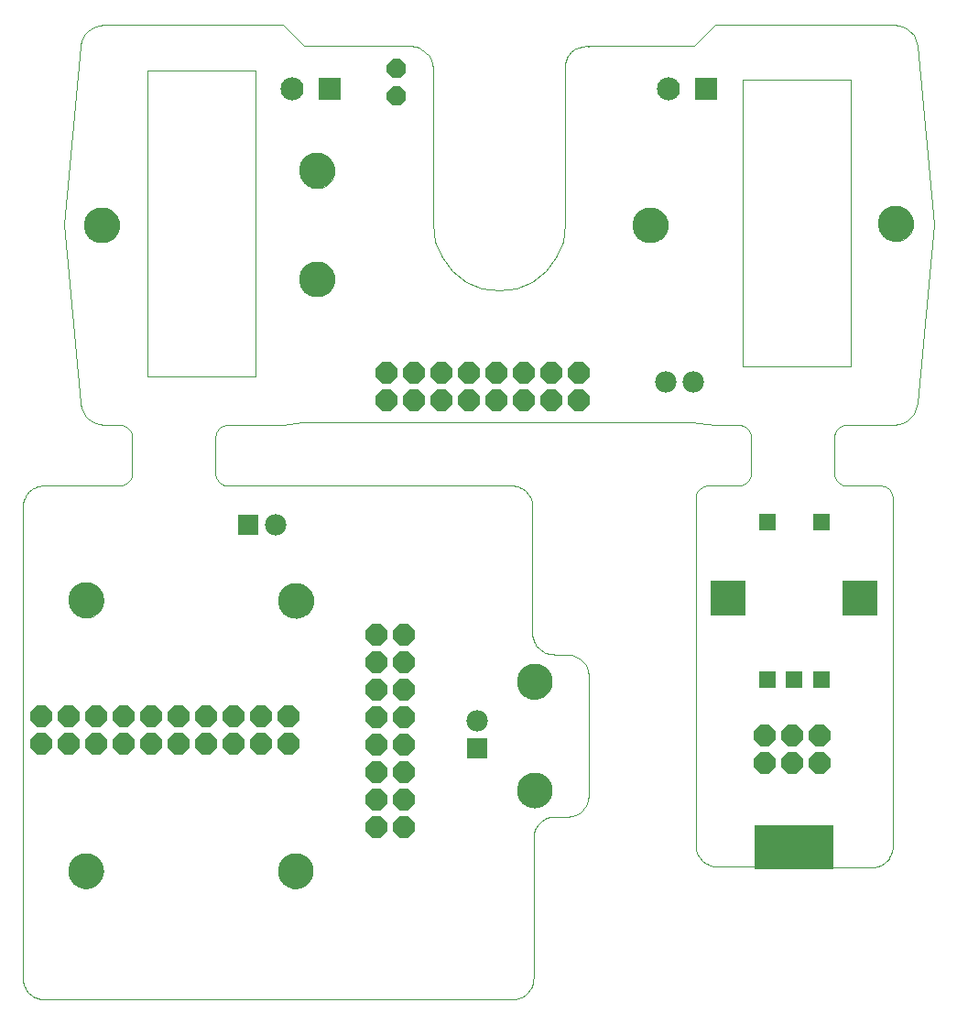
<source format=gbs>
G75*
G70*
%OFA0B0*%
%FSLAX24Y24*%
%IPPOS*%
%LPD*%
%AMOC8*
5,1,8,0,0,1.08239X$1,22.5*
%
%ADD10C,0.0010*%
%ADD11C,0.0000*%
%ADD12C,0.1300*%
%ADD13R,0.0840X0.0840*%
%ADD14C,0.0840*%
%ADD15OC8,0.0780*%
%ADD16C,0.0780*%
%ADD17R,0.0780X0.0780*%
%ADD18OC8,0.0700*%
%ADD19R,0.0634X0.0634*%
%ADD20R,0.1306X0.1306*%
%ADD21R,0.0640X0.1340*%
%ADD22R,0.2900X0.1600*%
D10*
X001892Y001853D02*
X001892Y018979D01*
X001893Y019033D01*
X001897Y019087D01*
X001905Y019141D01*
X001917Y019194D01*
X001933Y019246D01*
X001952Y019296D01*
X001975Y019345D01*
X002001Y019393D01*
X002030Y019438D01*
X002063Y019482D01*
X002098Y019523D01*
X002136Y019561D01*
X002177Y019596D01*
X002221Y019629D01*
X002266Y019658D01*
X002314Y019684D01*
X002363Y019707D01*
X002413Y019726D01*
X002465Y019742D01*
X002518Y019754D01*
X002572Y019762D01*
X002626Y019766D01*
X002680Y019767D01*
X002680Y019766D02*
X005396Y019766D01*
X005438Y019767D01*
X005480Y019771D01*
X005521Y019778D01*
X005561Y019790D01*
X005600Y019805D01*
X005638Y019824D01*
X005673Y019846D01*
X005706Y019871D01*
X005737Y019900D01*
X005765Y019931D01*
X005790Y019964D01*
X005812Y020000D01*
X005831Y020037D01*
X005846Y020076D01*
X005857Y020116D01*
X005865Y020158D01*
X005869Y020199D01*
X005869Y021499D01*
X005869Y021498D02*
X005868Y021540D01*
X005864Y021582D01*
X005857Y021623D01*
X005845Y021663D01*
X005830Y021702D01*
X005811Y021740D01*
X005789Y021775D01*
X005764Y021808D01*
X005735Y021839D01*
X005704Y021867D01*
X005671Y021892D01*
X005635Y021914D01*
X005598Y021933D01*
X005559Y021948D01*
X005519Y021959D01*
X005477Y021967D01*
X005436Y021971D01*
X004845Y021971D01*
X004852Y021978D02*
X004642Y022008D01*
X004542Y022038D01*
X004442Y022088D01*
X004352Y022138D01*
X004272Y022208D01*
X004192Y022288D01*
X004132Y022368D01*
X004082Y022458D01*
X004032Y022558D01*
X003992Y022768D01*
X003392Y029268D01*
X003992Y035758D01*
X004032Y035968D01*
X004082Y036068D01*
X004132Y036158D01*
X004192Y036238D01*
X004272Y036318D01*
X004352Y036388D01*
X004442Y036438D01*
X004542Y036488D01*
X004642Y036518D01*
X004852Y036548D01*
X011342Y036548D01*
X012132Y035758D01*
X015992Y035758D01*
X016202Y035728D01*
X016312Y035698D01*
X016402Y035648D01*
X016492Y035588D01*
X016572Y035518D01*
X016652Y035438D01*
X016712Y035348D01*
X016792Y035148D01*
X016822Y034928D01*
X016822Y029268D01*
X016902Y028638D01*
X017142Y028058D01*
X017522Y027568D01*
X018022Y027188D01*
X018602Y026948D01*
X019222Y026858D01*
X019842Y026948D01*
X020422Y027188D01*
X020922Y027568D01*
X021302Y028058D01*
X021542Y028638D01*
X021622Y029268D01*
X021622Y034928D01*
X021616Y034924D02*
X021614Y034979D01*
X021616Y035034D01*
X021621Y035088D01*
X021630Y035142D01*
X021643Y035195D01*
X021660Y035248D01*
X021681Y035298D01*
X021705Y035348D01*
X021732Y035395D01*
X021763Y035441D01*
X021797Y035484D01*
X021833Y035524D01*
X021873Y035562D01*
X021915Y035597D01*
X021960Y035629D01*
X022007Y035657D01*
X022055Y035683D01*
X022106Y035704D01*
X022157Y035722D01*
X022210Y035737D01*
X022264Y035747D01*
X022318Y035754D01*
X022373Y035757D01*
X022428Y035756D01*
X022483Y035751D01*
X022452Y035758D02*
X026312Y035758D01*
X027092Y036548D01*
X033592Y036548D01*
X033802Y036518D01*
X033902Y036488D01*
X034002Y036438D01*
X034092Y036388D01*
X034172Y036318D01*
X034312Y036158D01*
X034362Y036068D01*
X034402Y035968D01*
X034452Y035758D01*
X035052Y029268D01*
X034452Y022768D01*
X034402Y022558D01*
X034362Y022458D01*
X034312Y022368D01*
X034172Y022208D01*
X034092Y022138D01*
X034002Y022088D01*
X033902Y022038D01*
X033802Y022008D01*
X033592Y021978D01*
X033585Y021971D02*
X031892Y021971D01*
X031893Y021971D02*
X031851Y021970D01*
X031809Y021966D01*
X031768Y021959D01*
X031728Y021947D01*
X031689Y021932D01*
X031651Y021913D01*
X031616Y021891D01*
X031583Y021866D01*
X031552Y021837D01*
X031524Y021806D01*
X031499Y021773D01*
X031477Y021737D01*
X031458Y021700D01*
X031443Y021661D01*
X031432Y021621D01*
X031424Y021579D01*
X031420Y021538D01*
X031420Y020239D01*
X031421Y020197D01*
X031425Y020155D01*
X031432Y020114D01*
X031444Y020074D01*
X031459Y020035D01*
X031478Y019997D01*
X031500Y019962D01*
X031525Y019929D01*
X031554Y019898D01*
X031585Y019870D01*
X031618Y019845D01*
X031654Y019823D01*
X031691Y019804D01*
X031730Y019789D01*
X031770Y019778D01*
X031812Y019770D01*
X031853Y019766D01*
X033113Y019766D01*
X033113Y019767D02*
X033154Y019763D01*
X033196Y019755D01*
X033236Y019744D01*
X033275Y019729D01*
X033312Y019710D01*
X033348Y019688D01*
X033381Y019663D01*
X033412Y019635D01*
X033441Y019604D01*
X033466Y019571D01*
X033488Y019536D01*
X033507Y019498D01*
X033522Y019459D01*
X033534Y019419D01*
X033541Y019378D01*
X033545Y019336D01*
X033546Y019294D01*
X033546Y006656D01*
X033545Y006602D01*
X033541Y006548D01*
X033533Y006494D01*
X033521Y006441D01*
X033505Y006389D01*
X033486Y006339D01*
X033463Y006290D01*
X033437Y006242D01*
X033408Y006197D01*
X033375Y006153D01*
X033340Y006112D01*
X033302Y006074D01*
X033261Y006039D01*
X033217Y006006D01*
X033172Y005977D01*
X033124Y005951D01*
X033075Y005928D01*
X033025Y005909D01*
X032973Y005893D01*
X032920Y005881D01*
X032866Y005873D01*
X032812Y005869D01*
X032758Y005868D01*
X032758Y005869D02*
X027168Y005908D01*
X027114Y005909D01*
X027060Y005913D01*
X027006Y005921D01*
X026953Y005933D01*
X026901Y005949D01*
X026851Y005968D01*
X026802Y005991D01*
X026754Y006017D01*
X026709Y006046D01*
X026665Y006079D01*
X026624Y006114D01*
X026586Y006152D01*
X026551Y006193D01*
X026518Y006237D01*
X026489Y006282D01*
X026463Y006330D01*
X026440Y006379D01*
X026421Y006429D01*
X026405Y006481D01*
X026393Y006534D01*
X026385Y006588D01*
X026381Y006642D01*
X026380Y006696D01*
X026380Y006695D02*
X026380Y019333D01*
X026380Y019334D02*
X026384Y019375D01*
X026392Y019417D01*
X026403Y019457D01*
X026418Y019496D01*
X026437Y019533D01*
X026459Y019569D01*
X026484Y019602D01*
X026512Y019633D01*
X026543Y019662D01*
X026576Y019687D01*
X026611Y019709D01*
X026649Y019728D01*
X026688Y019743D01*
X026728Y019755D01*
X026769Y019762D01*
X026811Y019766D01*
X026853Y019767D01*
X026853Y019766D02*
X027916Y019766D01*
X027958Y019767D01*
X028000Y019771D01*
X028041Y019778D01*
X028081Y019790D01*
X028120Y019805D01*
X028158Y019824D01*
X028193Y019846D01*
X028226Y019871D01*
X028257Y019900D01*
X028285Y019931D01*
X028310Y019964D01*
X028332Y020000D01*
X028351Y020037D01*
X028366Y020076D01*
X028377Y020116D01*
X028385Y020158D01*
X028389Y020199D01*
X028388Y020199D02*
X028388Y021499D01*
X028389Y021498D02*
X028388Y021540D01*
X028384Y021582D01*
X028377Y021623D01*
X028365Y021663D01*
X028350Y021702D01*
X028331Y021740D01*
X028309Y021775D01*
X028284Y021808D01*
X028255Y021839D01*
X028224Y021867D01*
X028191Y021892D01*
X028155Y021914D01*
X028118Y021933D01*
X028079Y021948D01*
X028039Y021959D01*
X027997Y021967D01*
X027956Y021971D01*
X027955Y021971D02*
X027089Y021971D01*
X027092Y021978D02*
X026233Y022060D01*
X012053Y022060D01*
X011342Y021978D01*
X011341Y021971D02*
X009373Y021971D01*
X009331Y021970D01*
X009289Y021966D01*
X009248Y021959D01*
X009208Y021947D01*
X009169Y021932D01*
X009131Y021913D01*
X009096Y021891D01*
X009063Y021866D01*
X009032Y021837D01*
X009004Y021806D01*
X008979Y021773D01*
X008957Y021737D01*
X008938Y021700D01*
X008923Y021661D01*
X008912Y021621D01*
X008904Y021579D01*
X008900Y021538D01*
X008900Y020239D01*
X008901Y020197D01*
X008905Y020155D01*
X008912Y020114D01*
X008924Y020074D01*
X008939Y020035D01*
X008958Y019997D01*
X008980Y019962D01*
X009005Y019929D01*
X009034Y019898D01*
X009065Y019870D01*
X009098Y019845D01*
X009134Y019823D01*
X009171Y019804D01*
X009210Y019789D01*
X009250Y019778D01*
X009292Y019770D01*
X009333Y019766D01*
X019648Y019766D01*
X019648Y019767D02*
X019702Y019766D01*
X019756Y019762D01*
X019810Y019754D01*
X019863Y019742D01*
X019915Y019726D01*
X019965Y019707D01*
X020014Y019684D01*
X020062Y019658D01*
X020107Y019629D01*
X020151Y019596D01*
X020192Y019561D01*
X020230Y019523D01*
X020265Y019482D01*
X020298Y019438D01*
X020327Y019393D01*
X020353Y019345D01*
X020376Y019296D01*
X020395Y019246D01*
X020411Y019194D01*
X020423Y019141D01*
X020431Y019087D01*
X020435Y019033D01*
X020436Y018979D01*
X020436Y014412D01*
X020435Y014412D02*
X020436Y014358D01*
X020440Y014304D01*
X020448Y014250D01*
X020460Y014197D01*
X020476Y014145D01*
X020495Y014095D01*
X020518Y014046D01*
X020544Y013998D01*
X020573Y013953D01*
X020606Y013909D01*
X020641Y013868D01*
X020679Y013830D01*
X020720Y013795D01*
X020764Y013762D01*
X020809Y013733D01*
X020857Y013707D01*
X020906Y013684D01*
X020956Y013665D01*
X021008Y013649D01*
X021061Y013637D01*
X021115Y013629D01*
X021169Y013625D01*
X021223Y013624D01*
X021219Y013615D02*
X021698Y013615D01*
X021898Y013595D01*
X021998Y013555D01*
X022088Y013515D01*
X022178Y013455D01*
X022318Y013315D01*
X022378Y013225D01*
X022428Y013135D01*
X022458Y013035D01*
X022488Y012835D01*
X022488Y008505D01*
X022458Y008295D01*
X022428Y008195D01*
X022378Y008105D01*
X022318Y008025D01*
X022248Y007945D01*
X022178Y007875D01*
X022088Y007815D01*
X021998Y007775D01*
X021898Y007745D01*
X021698Y007715D01*
X021298Y007715D01*
X021263Y007719D02*
X021209Y007718D01*
X021155Y007714D01*
X021101Y007706D01*
X021048Y007694D01*
X020996Y007678D01*
X020946Y007659D01*
X020897Y007636D01*
X020849Y007610D01*
X020804Y007581D01*
X020760Y007548D01*
X020719Y007513D01*
X020681Y007475D01*
X020646Y007434D01*
X020613Y007390D01*
X020584Y007345D01*
X020558Y007297D01*
X020535Y007248D01*
X020516Y007198D01*
X020500Y007146D01*
X020488Y007093D01*
X020480Y007039D01*
X020476Y006985D01*
X020475Y006931D01*
X020475Y006932D02*
X020475Y001853D01*
X020474Y001799D01*
X020470Y001745D01*
X020462Y001691D01*
X020450Y001638D01*
X020434Y001586D01*
X020415Y001536D01*
X020392Y001487D01*
X020366Y001439D01*
X020337Y001394D01*
X020304Y001350D01*
X020269Y001309D01*
X020231Y001271D01*
X020190Y001236D01*
X020146Y001203D01*
X020101Y001174D01*
X020053Y001148D01*
X020004Y001125D01*
X019954Y001106D01*
X019902Y001090D01*
X019849Y001078D01*
X019795Y001070D01*
X019741Y001066D01*
X019687Y001065D01*
X019688Y001066D02*
X002680Y001066D01*
X002680Y001065D02*
X002626Y001066D01*
X002572Y001070D01*
X002518Y001078D01*
X002465Y001090D01*
X002413Y001106D01*
X002363Y001125D01*
X002314Y001148D01*
X002266Y001174D01*
X002221Y001203D01*
X002177Y001236D01*
X002136Y001271D01*
X002098Y001309D01*
X002063Y001350D01*
X002030Y001394D01*
X002001Y001439D01*
X001975Y001487D01*
X001952Y001536D01*
X001933Y001586D01*
X001917Y001638D01*
X001905Y001691D01*
X001897Y001745D01*
X001893Y001799D01*
X001892Y001853D01*
X006422Y023748D02*
X006422Y034857D01*
X010362Y034857D01*
X010362Y023748D01*
X006422Y023748D01*
X028082Y024102D02*
X032012Y024102D01*
X032012Y034543D01*
X028082Y034543D01*
X028082Y024102D01*
D11*
X024097Y029254D02*
X024099Y029304D01*
X024105Y029354D01*
X024115Y029403D01*
X024129Y029451D01*
X024146Y029498D01*
X024167Y029543D01*
X024192Y029587D01*
X024220Y029628D01*
X024252Y029667D01*
X024286Y029704D01*
X024323Y029738D01*
X024363Y029768D01*
X024405Y029795D01*
X024449Y029819D01*
X024495Y029840D01*
X024542Y029856D01*
X024590Y029869D01*
X024640Y029878D01*
X024689Y029883D01*
X024740Y029884D01*
X024790Y029881D01*
X024839Y029874D01*
X024888Y029863D01*
X024936Y029848D01*
X024982Y029830D01*
X025027Y029808D01*
X025070Y029782D01*
X025111Y029753D01*
X025150Y029721D01*
X025186Y029686D01*
X025218Y029648D01*
X025248Y029608D01*
X025275Y029565D01*
X025298Y029521D01*
X025317Y029475D01*
X025333Y029427D01*
X025345Y029378D01*
X025353Y029329D01*
X025357Y029279D01*
X025357Y029229D01*
X025353Y029179D01*
X025345Y029130D01*
X025333Y029081D01*
X025317Y029033D01*
X025298Y028987D01*
X025275Y028943D01*
X025248Y028900D01*
X025218Y028860D01*
X025186Y028822D01*
X025150Y028787D01*
X025111Y028755D01*
X025070Y028726D01*
X025027Y028700D01*
X024982Y028678D01*
X024936Y028660D01*
X024888Y028645D01*
X024839Y028634D01*
X024790Y028627D01*
X024740Y028624D01*
X024689Y028625D01*
X024640Y028630D01*
X024590Y028639D01*
X024542Y028652D01*
X024495Y028668D01*
X024449Y028689D01*
X024405Y028713D01*
X024363Y028740D01*
X024323Y028770D01*
X024286Y028804D01*
X024252Y028841D01*
X024220Y028880D01*
X024192Y028921D01*
X024167Y028965D01*
X024146Y029010D01*
X024129Y029057D01*
X024115Y029105D01*
X024105Y029154D01*
X024099Y029204D01*
X024097Y029254D01*
X033034Y029294D02*
X033036Y029344D01*
X033042Y029394D01*
X033052Y029443D01*
X033066Y029491D01*
X033083Y029538D01*
X033104Y029583D01*
X033129Y029627D01*
X033157Y029668D01*
X033189Y029707D01*
X033223Y029744D01*
X033260Y029778D01*
X033300Y029808D01*
X033342Y029835D01*
X033386Y029859D01*
X033432Y029880D01*
X033479Y029896D01*
X033527Y029909D01*
X033577Y029918D01*
X033626Y029923D01*
X033677Y029924D01*
X033727Y029921D01*
X033776Y029914D01*
X033825Y029903D01*
X033873Y029888D01*
X033919Y029870D01*
X033964Y029848D01*
X034007Y029822D01*
X034048Y029793D01*
X034087Y029761D01*
X034123Y029726D01*
X034155Y029688D01*
X034185Y029648D01*
X034212Y029605D01*
X034235Y029561D01*
X034254Y029515D01*
X034270Y029467D01*
X034282Y029418D01*
X034290Y029369D01*
X034294Y029319D01*
X034294Y029269D01*
X034290Y029219D01*
X034282Y029170D01*
X034270Y029121D01*
X034254Y029073D01*
X034235Y029027D01*
X034212Y028983D01*
X034185Y028940D01*
X034155Y028900D01*
X034123Y028862D01*
X034087Y028827D01*
X034048Y028795D01*
X034007Y028766D01*
X033964Y028740D01*
X033919Y028718D01*
X033873Y028700D01*
X033825Y028685D01*
X033776Y028674D01*
X033727Y028667D01*
X033677Y028664D01*
X033626Y028665D01*
X033577Y028670D01*
X033527Y028679D01*
X033479Y028692D01*
X033432Y028708D01*
X033386Y028729D01*
X033342Y028753D01*
X033300Y028780D01*
X033260Y028810D01*
X033223Y028844D01*
X033189Y028881D01*
X033157Y028920D01*
X033129Y028961D01*
X033104Y029005D01*
X033083Y029050D01*
X033066Y029097D01*
X033052Y029145D01*
X033042Y029194D01*
X033036Y029244D01*
X033034Y029294D01*
X019878Y012635D02*
X019880Y012685D01*
X019886Y012735D01*
X019896Y012784D01*
X019910Y012832D01*
X019927Y012879D01*
X019948Y012924D01*
X019973Y012968D01*
X020001Y013009D01*
X020033Y013048D01*
X020067Y013085D01*
X020104Y013119D01*
X020144Y013149D01*
X020186Y013176D01*
X020230Y013200D01*
X020276Y013221D01*
X020323Y013237D01*
X020371Y013250D01*
X020421Y013259D01*
X020470Y013264D01*
X020521Y013265D01*
X020571Y013262D01*
X020620Y013255D01*
X020669Y013244D01*
X020717Y013229D01*
X020763Y013211D01*
X020808Y013189D01*
X020851Y013163D01*
X020892Y013134D01*
X020931Y013102D01*
X020967Y013067D01*
X020999Y013029D01*
X021029Y012989D01*
X021056Y012946D01*
X021079Y012902D01*
X021098Y012856D01*
X021114Y012808D01*
X021126Y012759D01*
X021134Y012710D01*
X021138Y012660D01*
X021138Y012610D01*
X021134Y012560D01*
X021126Y012511D01*
X021114Y012462D01*
X021098Y012414D01*
X021079Y012368D01*
X021056Y012324D01*
X021029Y012281D01*
X020999Y012241D01*
X020967Y012203D01*
X020931Y012168D01*
X020892Y012136D01*
X020851Y012107D01*
X020808Y012081D01*
X020763Y012059D01*
X020717Y012041D01*
X020669Y012026D01*
X020620Y012015D01*
X020571Y012008D01*
X020521Y012005D01*
X020470Y012006D01*
X020421Y012011D01*
X020371Y012020D01*
X020323Y012033D01*
X020276Y012049D01*
X020230Y012070D01*
X020186Y012094D01*
X020144Y012121D01*
X020104Y012151D01*
X020067Y012185D01*
X020033Y012222D01*
X020001Y012261D01*
X019973Y012302D01*
X019948Y012346D01*
X019927Y012391D01*
X019910Y012438D01*
X019896Y012486D01*
X019886Y012535D01*
X019880Y012585D01*
X019878Y012635D01*
X019878Y008685D02*
X019880Y008735D01*
X019886Y008785D01*
X019896Y008834D01*
X019910Y008882D01*
X019927Y008929D01*
X019948Y008974D01*
X019973Y009018D01*
X020001Y009059D01*
X020033Y009098D01*
X020067Y009135D01*
X020104Y009169D01*
X020144Y009199D01*
X020186Y009226D01*
X020230Y009250D01*
X020276Y009271D01*
X020323Y009287D01*
X020371Y009300D01*
X020421Y009309D01*
X020470Y009314D01*
X020521Y009315D01*
X020571Y009312D01*
X020620Y009305D01*
X020669Y009294D01*
X020717Y009279D01*
X020763Y009261D01*
X020808Y009239D01*
X020851Y009213D01*
X020892Y009184D01*
X020931Y009152D01*
X020967Y009117D01*
X020999Y009079D01*
X021029Y009039D01*
X021056Y008996D01*
X021079Y008952D01*
X021098Y008906D01*
X021114Y008858D01*
X021126Y008809D01*
X021134Y008760D01*
X021138Y008710D01*
X021138Y008660D01*
X021134Y008610D01*
X021126Y008561D01*
X021114Y008512D01*
X021098Y008464D01*
X021079Y008418D01*
X021056Y008374D01*
X021029Y008331D01*
X020999Y008291D01*
X020967Y008253D01*
X020931Y008218D01*
X020892Y008186D01*
X020851Y008157D01*
X020808Y008131D01*
X020763Y008109D01*
X020717Y008091D01*
X020669Y008076D01*
X020620Y008065D01*
X020571Y008058D01*
X020521Y008055D01*
X020470Y008056D01*
X020421Y008061D01*
X020371Y008070D01*
X020323Y008083D01*
X020276Y008099D01*
X020230Y008120D01*
X020186Y008144D01*
X020144Y008171D01*
X020104Y008201D01*
X020067Y008235D01*
X020033Y008272D01*
X020001Y008311D01*
X019973Y008352D01*
X019948Y008396D01*
X019927Y008441D01*
X019910Y008488D01*
X019896Y008536D01*
X019886Y008585D01*
X019880Y008635D01*
X019878Y008685D01*
X011178Y005745D02*
X011180Y005795D01*
X011186Y005845D01*
X011196Y005894D01*
X011210Y005942D01*
X011227Y005989D01*
X011248Y006034D01*
X011273Y006078D01*
X011301Y006119D01*
X011333Y006158D01*
X011367Y006195D01*
X011404Y006229D01*
X011444Y006259D01*
X011486Y006286D01*
X011530Y006310D01*
X011576Y006331D01*
X011623Y006347D01*
X011671Y006360D01*
X011721Y006369D01*
X011770Y006374D01*
X011821Y006375D01*
X011871Y006372D01*
X011920Y006365D01*
X011969Y006354D01*
X012017Y006339D01*
X012063Y006321D01*
X012108Y006299D01*
X012151Y006273D01*
X012192Y006244D01*
X012231Y006212D01*
X012267Y006177D01*
X012299Y006139D01*
X012329Y006099D01*
X012356Y006056D01*
X012379Y006012D01*
X012398Y005966D01*
X012414Y005918D01*
X012426Y005869D01*
X012434Y005820D01*
X012438Y005770D01*
X012438Y005720D01*
X012434Y005670D01*
X012426Y005621D01*
X012414Y005572D01*
X012398Y005524D01*
X012379Y005478D01*
X012356Y005434D01*
X012329Y005391D01*
X012299Y005351D01*
X012267Y005313D01*
X012231Y005278D01*
X012192Y005246D01*
X012151Y005217D01*
X012108Y005191D01*
X012063Y005169D01*
X012017Y005151D01*
X011969Y005136D01*
X011920Y005125D01*
X011871Y005118D01*
X011821Y005115D01*
X011770Y005116D01*
X011721Y005121D01*
X011671Y005130D01*
X011623Y005143D01*
X011576Y005159D01*
X011530Y005180D01*
X011486Y005204D01*
X011444Y005231D01*
X011404Y005261D01*
X011367Y005295D01*
X011333Y005332D01*
X011301Y005371D01*
X011273Y005412D01*
X011248Y005456D01*
X011227Y005501D01*
X011210Y005548D01*
X011196Y005596D01*
X011186Y005645D01*
X011180Y005695D01*
X011178Y005745D01*
X003548Y005745D02*
X003550Y005795D01*
X003556Y005845D01*
X003566Y005894D01*
X003580Y005942D01*
X003597Y005989D01*
X003618Y006034D01*
X003643Y006078D01*
X003671Y006119D01*
X003703Y006158D01*
X003737Y006195D01*
X003774Y006229D01*
X003814Y006259D01*
X003856Y006286D01*
X003900Y006310D01*
X003946Y006331D01*
X003993Y006347D01*
X004041Y006360D01*
X004091Y006369D01*
X004140Y006374D01*
X004191Y006375D01*
X004241Y006372D01*
X004290Y006365D01*
X004339Y006354D01*
X004387Y006339D01*
X004433Y006321D01*
X004478Y006299D01*
X004521Y006273D01*
X004562Y006244D01*
X004601Y006212D01*
X004637Y006177D01*
X004669Y006139D01*
X004699Y006099D01*
X004726Y006056D01*
X004749Y006012D01*
X004768Y005966D01*
X004784Y005918D01*
X004796Y005869D01*
X004804Y005820D01*
X004808Y005770D01*
X004808Y005720D01*
X004804Y005670D01*
X004796Y005621D01*
X004784Y005572D01*
X004768Y005524D01*
X004749Y005478D01*
X004726Y005434D01*
X004699Y005391D01*
X004669Y005351D01*
X004637Y005313D01*
X004601Y005278D01*
X004562Y005246D01*
X004521Y005217D01*
X004478Y005191D01*
X004433Y005169D01*
X004387Y005151D01*
X004339Y005136D01*
X004290Y005125D01*
X004241Y005118D01*
X004191Y005115D01*
X004140Y005116D01*
X004091Y005121D01*
X004041Y005130D01*
X003993Y005143D01*
X003946Y005159D01*
X003900Y005180D01*
X003856Y005204D01*
X003814Y005231D01*
X003774Y005261D01*
X003737Y005295D01*
X003703Y005332D01*
X003671Y005371D01*
X003643Y005412D01*
X003618Y005456D01*
X003597Y005501D01*
X003580Y005548D01*
X003566Y005596D01*
X003556Y005645D01*
X003550Y005695D01*
X003548Y005745D01*
X003558Y015595D02*
X003560Y015645D01*
X003566Y015695D01*
X003576Y015744D01*
X003590Y015792D01*
X003607Y015839D01*
X003628Y015884D01*
X003653Y015928D01*
X003681Y015969D01*
X003713Y016008D01*
X003747Y016045D01*
X003784Y016079D01*
X003824Y016109D01*
X003866Y016136D01*
X003910Y016160D01*
X003956Y016181D01*
X004003Y016197D01*
X004051Y016210D01*
X004101Y016219D01*
X004150Y016224D01*
X004201Y016225D01*
X004251Y016222D01*
X004300Y016215D01*
X004349Y016204D01*
X004397Y016189D01*
X004443Y016171D01*
X004488Y016149D01*
X004531Y016123D01*
X004572Y016094D01*
X004611Y016062D01*
X004647Y016027D01*
X004679Y015989D01*
X004709Y015949D01*
X004736Y015906D01*
X004759Y015862D01*
X004778Y015816D01*
X004794Y015768D01*
X004806Y015719D01*
X004814Y015670D01*
X004818Y015620D01*
X004818Y015570D01*
X004814Y015520D01*
X004806Y015471D01*
X004794Y015422D01*
X004778Y015374D01*
X004759Y015328D01*
X004736Y015284D01*
X004709Y015241D01*
X004679Y015201D01*
X004647Y015163D01*
X004611Y015128D01*
X004572Y015096D01*
X004531Y015067D01*
X004488Y015041D01*
X004443Y015019D01*
X004397Y015001D01*
X004349Y014986D01*
X004300Y014975D01*
X004251Y014968D01*
X004201Y014965D01*
X004150Y014966D01*
X004101Y014971D01*
X004051Y014980D01*
X004003Y014993D01*
X003956Y015009D01*
X003910Y015030D01*
X003866Y015054D01*
X003824Y015081D01*
X003784Y015111D01*
X003747Y015145D01*
X003713Y015182D01*
X003681Y015221D01*
X003653Y015262D01*
X003628Y015306D01*
X003607Y015351D01*
X003590Y015398D01*
X003576Y015446D01*
X003566Y015495D01*
X003560Y015545D01*
X003558Y015595D01*
X011198Y015585D02*
X011200Y015635D01*
X011206Y015685D01*
X011216Y015734D01*
X011230Y015782D01*
X011247Y015829D01*
X011268Y015874D01*
X011293Y015918D01*
X011321Y015959D01*
X011353Y015998D01*
X011387Y016035D01*
X011424Y016069D01*
X011464Y016099D01*
X011506Y016126D01*
X011550Y016150D01*
X011596Y016171D01*
X011643Y016187D01*
X011691Y016200D01*
X011741Y016209D01*
X011790Y016214D01*
X011841Y016215D01*
X011891Y016212D01*
X011940Y016205D01*
X011989Y016194D01*
X012037Y016179D01*
X012083Y016161D01*
X012128Y016139D01*
X012171Y016113D01*
X012212Y016084D01*
X012251Y016052D01*
X012287Y016017D01*
X012319Y015979D01*
X012349Y015939D01*
X012376Y015896D01*
X012399Y015852D01*
X012418Y015806D01*
X012434Y015758D01*
X012446Y015709D01*
X012454Y015660D01*
X012458Y015610D01*
X012458Y015560D01*
X012454Y015510D01*
X012446Y015461D01*
X012434Y015412D01*
X012418Y015364D01*
X012399Y015318D01*
X012376Y015274D01*
X012349Y015231D01*
X012319Y015191D01*
X012287Y015153D01*
X012251Y015118D01*
X012212Y015086D01*
X012171Y015057D01*
X012128Y015031D01*
X012083Y015009D01*
X012037Y014991D01*
X011989Y014976D01*
X011940Y014965D01*
X011891Y014958D01*
X011841Y014955D01*
X011790Y014956D01*
X011741Y014961D01*
X011691Y014970D01*
X011643Y014983D01*
X011596Y014999D01*
X011550Y015020D01*
X011506Y015044D01*
X011464Y015071D01*
X011424Y015101D01*
X011387Y015135D01*
X011353Y015172D01*
X011321Y015211D01*
X011293Y015252D01*
X011268Y015296D01*
X011247Y015341D01*
X011230Y015388D01*
X011216Y015436D01*
X011206Y015485D01*
X011200Y015535D01*
X011198Y015585D01*
X011971Y027286D02*
X011973Y027336D01*
X011979Y027386D01*
X011989Y027435D01*
X012003Y027483D01*
X012020Y027530D01*
X012041Y027575D01*
X012066Y027619D01*
X012094Y027660D01*
X012126Y027699D01*
X012160Y027736D01*
X012197Y027770D01*
X012237Y027800D01*
X012279Y027827D01*
X012323Y027851D01*
X012369Y027872D01*
X012416Y027888D01*
X012464Y027901D01*
X012514Y027910D01*
X012563Y027915D01*
X012614Y027916D01*
X012664Y027913D01*
X012713Y027906D01*
X012762Y027895D01*
X012810Y027880D01*
X012856Y027862D01*
X012901Y027840D01*
X012944Y027814D01*
X012985Y027785D01*
X013024Y027753D01*
X013060Y027718D01*
X013092Y027680D01*
X013122Y027640D01*
X013149Y027597D01*
X013172Y027553D01*
X013191Y027507D01*
X013207Y027459D01*
X013219Y027410D01*
X013227Y027361D01*
X013231Y027311D01*
X013231Y027261D01*
X013227Y027211D01*
X013219Y027162D01*
X013207Y027113D01*
X013191Y027065D01*
X013172Y027019D01*
X013149Y026975D01*
X013122Y026932D01*
X013092Y026892D01*
X013060Y026854D01*
X013024Y026819D01*
X012985Y026787D01*
X012944Y026758D01*
X012901Y026732D01*
X012856Y026710D01*
X012810Y026692D01*
X012762Y026677D01*
X012713Y026666D01*
X012664Y026659D01*
X012614Y026656D01*
X012563Y026657D01*
X012514Y026662D01*
X012464Y026671D01*
X012416Y026684D01*
X012369Y026700D01*
X012323Y026721D01*
X012279Y026745D01*
X012237Y026772D01*
X012197Y026802D01*
X012160Y026836D01*
X012126Y026873D01*
X012094Y026912D01*
X012066Y026953D01*
X012041Y026997D01*
X012020Y027042D01*
X012003Y027089D01*
X011989Y027137D01*
X011979Y027186D01*
X011973Y027236D01*
X011971Y027286D01*
X011971Y031223D02*
X011973Y031273D01*
X011979Y031323D01*
X011989Y031372D01*
X012003Y031420D01*
X012020Y031467D01*
X012041Y031512D01*
X012066Y031556D01*
X012094Y031597D01*
X012126Y031636D01*
X012160Y031673D01*
X012197Y031707D01*
X012237Y031737D01*
X012279Y031764D01*
X012323Y031788D01*
X012369Y031809D01*
X012416Y031825D01*
X012464Y031838D01*
X012514Y031847D01*
X012563Y031852D01*
X012614Y031853D01*
X012664Y031850D01*
X012713Y031843D01*
X012762Y031832D01*
X012810Y031817D01*
X012856Y031799D01*
X012901Y031777D01*
X012944Y031751D01*
X012985Y031722D01*
X013024Y031690D01*
X013060Y031655D01*
X013092Y031617D01*
X013122Y031577D01*
X013149Y031534D01*
X013172Y031490D01*
X013191Y031444D01*
X013207Y031396D01*
X013219Y031347D01*
X013227Y031298D01*
X013231Y031248D01*
X013231Y031198D01*
X013227Y031148D01*
X013219Y031099D01*
X013207Y031050D01*
X013191Y031002D01*
X013172Y030956D01*
X013149Y030912D01*
X013122Y030869D01*
X013092Y030829D01*
X013060Y030791D01*
X013024Y030756D01*
X012985Y030724D01*
X012944Y030695D01*
X012901Y030669D01*
X012856Y030647D01*
X012810Y030629D01*
X012762Y030614D01*
X012713Y030603D01*
X012664Y030596D01*
X012614Y030593D01*
X012563Y030594D01*
X012514Y030599D01*
X012464Y030608D01*
X012416Y030621D01*
X012369Y030637D01*
X012323Y030658D01*
X012279Y030682D01*
X012237Y030709D01*
X012197Y030739D01*
X012160Y030773D01*
X012126Y030810D01*
X012094Y030849D01*
X012066Y030890D01*
X012041Y030934D01*
X012020Y030979D01*
X012003Y031026D01*
X011989Y031074D01*
X011979Y031123D01*
X011973Y031173D01*
X011971Y031223D01*
X004136Y029254D02*
X004138Y029304D01*
X004144Y029354D01*
X004154Y029403D01*
X004168Y029451D01*
X004185Y029498D01*
X004206Y029543D01*
X004231Y029587D01*
X004259Y029628D01*
X004291Y029667D01*
X004325Y029704D01*
X004362Y029738D01*
X004402Y029768D01*
X004444Y029795D01*
X004488Y029819D01*
X004534Y029840D01*
X004581Y029856D01*
X004629Y029869D01*
X004679Y029878D01*
X004728Y029883D01*
X004779Y029884D01*
X004829Y029881D01*
X004878Y029874D01*
X004927Y029863D01*
X004975Y029848D01*
X005021Y029830D01*
X005066Y029808D01*
X005109Y029782D01*
X005150Y029753D01*
X005189Y029721D01*
X005225Y029686D01*
X005257Y029648D01*
X005287Y029608D01*
X005314Y029565D01*
X005337Y029521D01*
X005356Y029475D01*
X005372Y029427D01*
X005384Y029378D01*
X005392Y029329D01*
X005396Y029279D01*
X005396Y029229D01*
X005392Y029179D01*
X005384Y029130D01*
X005372Y029081D01*
X005356Y029033D01*
X005337Y028987D01*
X005314Y028943D01*
X005287Y028900D01*
X005257Y028860D01*
X005225Y028822D01*
X005189Y028787D01*
X005150Y028755D01*
X005109Y028726D01*
X005066Y028700D01*
X005021Y028678D01*
X004975Y028660D01*
X004927Y028645D01*
X004878Y028634D01*
X004829Y028627D01*
X004779Y028624D01*
X004728Y028625D01*
X004679Y028630D01*
X004629Y028639D01*
X004581Y028652D01*
X004534Y028668D01*
X004488Y028689D01*
X004444Y028713D01*
X004402Y028740D01*
X004362Y028770D01*
X004325Y028804D01*
X004291Y028841D01*
X004259Y028880D01*
X004231Y028921D01*
X004206Y028965D01*
X004185Y029010D01*
X004168Y029057D01*
X004154Y029105D01*
X004144Y029154D01*
X004138Y029204D01*
X004136Y029254D01*
D12*
X004766Y029254D03*
X012601Y027286D03*
X012601Y031223D03*
X024727Y029254D03*
X033664Y029294D03*
X020508Y012635D03*
X020508Y008685D03*
X011808Y005745D03*
X004178Y005745D03*
X004188Y015595D03*
X011828Y015585D03*
D13*
X013073Y034215D03*
X026774Y034215D03*
D14*
X025396Y034215D03*
X011695Y034215D03*
D15*
X015129Y023861D03*
X015129Y022861D03*
X016129Y022861D03*
X016129Y023861D03*
X017129Y023861D03*
X017129Y022861D03*
X018129Y022861D03*
X019129Y022861D03*
X019129Y023861D03*
X018129Y023861D03*
X020129Y023861D03*
X020129Y022861D03*
X021129Y022861D03*
X021129Y023861D03*
X022129Y023861D03*
X022129Y022861D03*
X015751Y014325D03*
X015751Y013325D03*
X015751Y012325D03*
X015751Y011325D03*
X015751Y010325D03*
X015751Y009325D03*
X015751Y008325D03*
X015751Y007325D03*
X014751Y007325D03*
X014751Y008325D03*
X014751Y009325D03*
X014751Y010325D03*
X014751Y011325D03*
X014751Y012325D03*
X014751Y013325D03*
X014751Y014325D03*
X011550Y011369D03*
X010550Y011369D03*
X009550Y011369D03*
X008550Y011369D03*
X007550Y011369D03*
X006550Y011369D03*
X005550Y011369D03*
X004550Y011369D03*
X003550Y011369D03*
X002550Y011369D03*
X002550Y010369D03*
X003550Y010369D03*
X004550Y010369D03*
X005550Y010369D03*
X006550Y010369D03*
X007550Y010369D03*
X008550Y010369D03*
X009550Y010369D03*
X010550Y010369D03*
X011550Y010369D03*
X028884Y010660D03*
X028884Y009660D03*
X029884Y009660D03*
X030884Y009660D03*
X030884Y010660D03*
X029884Y010660D03*
D16*
X018428Y011199D03*
X011081Y018349D03*
X025278Y023546D03*
X026278Y023546D03*
D17*
X018428Y010199D03*
X010081Y018349D03*
D18*
X015475Y033951D03*
X015475Y034951D03*
D19*
X028979Y018428D03*
X030947Y018428D03*
X030947Y012719D03*
X029963Y012719D03*
X028979Y012719D03*
D20*
X027562Y015672D03*
X032365Y015672D03*
D21*
X030963Y006617D03*
X029963Y006617D03*
X028963Y006617D03*
D22*
X029963Y006617D03*
M02*

</source>
